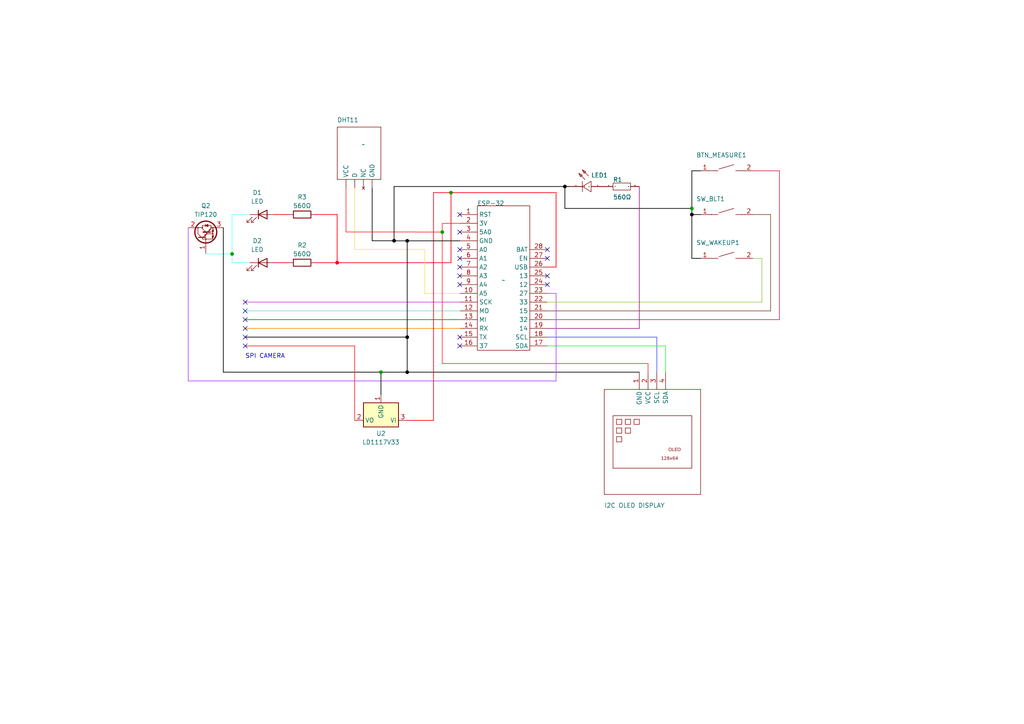
<source format=kicad_sch>
(kicad_sch (version 20250114) (generator "eeschema") (generator_version "9.0")
  (paper "A4")
  (lib_symbols
    (symbol "Device:LED" (pin_numbers (hide yes)) (pin_names (offset 1.016) (hide yes))
      (property "Reference" "D" (at 0 2.54 0))
      (property "Value" "LED" (at 0 -2.54 0))
      (symbol "LED_0_1"
        (polyline (pts (xy -3.048 -0.762) (xy -4.572 -2.286) (xy -3.81 -2.286) (xy -4.572 -2.286) (xy -4.572 -1.524)))
        (polyline (pts (xy -1.778 -0.762) (xy -3.302 -2.286) (xy -2.54 -2.286) (xy -3.302 -2.286) (xy -3.302 -1.524)))
        (polyline (pts (xy -1.27 0) (xy 1.27 0)))
        (polyline (pts (xy -1.27 -1.27) (xy -1.27 1.27)) (stroke (width 0.254)))
        (polyline (pts (xy 1.27 -1.27) (xy 1.27 1.27) (xy -1.27 0) (xy 1.27 -1.27)) (stroke (width 0.254)))
      )
      (symbol "LED_1_1"
        (pin passive line (at -3.81 0 0) (length 2.54) (name "K") (number "1"))
        (pin passive line (at 3.81 0 180) (length 2.54) (name "A") (number "2"))
      )
    )
    (symbol "Device:R" (pin_numbers (hide yes)) (pin_names (offset 0))
      (property "Reference" "R" (at 2.032 0 90))
      (property "Value" "R" (at 0 0 90))
      (symbol "R_0_1"
        (rectangle (start -1.016 -2.54) (end 1.016 2.54) (stroke (width 0.254)))
      )
      (symbol "R_1_1"
        (pin passive line (at 0 3.81 270) (length 1.27) (name "~") (number "1"))
        (pin passive line (at 0 -3.81 90) (length 1.27) (name "~") (number "2"))
      )
    )
    (symbol "ProDoc_P1_-easyedapro:DHT11"
      (symbol "DHT11_1_0"
        (polyline (pts (xy -7.5946 5.0546) (xy -7.5946 -10.1346)))
        (polyline (pts (xy -7.5946 -10.1346) (xy 5.0546 -10.1346)))
        (polyline (pts (xy 5.0546 5.0546) (xy -7.5946 5.0546)))
        (polyline (pts (xy 5.0546 -10.1346) (xy 5.0546 5.0546)))
        (pin input line (at -5.0546 -12.6746 90) (length 2.5146) (name "VCC") (number ""))
        (pin input line (at -2.5146 -12.6746 90) (length 2.5146) (name "D") (number ""))
        (pin no_connect line (at 0 -12.6746 90) (length 2.5146) (name "NC") (number ""))
        (pin input line (at 2.5146 -12.6746 90) (length 2.5146) (name "GND") (number ""))
      )
    )
    (symbol "ProDoc_P1_-easyedapro:DISPLAY-OLED-128X64-I2C"
      (symbol "DISPLAY-OLED-128X64-I2C_1_0"
        (polyline (pts (xy -14.224 13.0302) (xy 13.716 13.0302)))
        (polyline (pts (xy -14.224 -17.4244) (xy -14.224 13.0302)))
        (polyline (pts (xy -11.684 5.4102) (xy 11.176 5.4102)))
        (polyline (pts (xy -11.684 -9.8044) (xy -11.684 5.4102)))
        (rectangle (start -10.668 2.8702) (end -9.144 4.3942))
        (rectangle (start -10.668 0.3302) (end -9.144 1.8542))
        (rectangle (start -10.668 -2.1844) (end -9.144 -0.6604))
        (rectangle (start -8.128 2.8702) (end -6.604 4.3942))
        (rectangle (start -8.128 0.3302) (end -6.604 1.8542))
        (rectangle (start -5.588 2.8702) (end -4.064 4.3942))
        (polyline (pts (xy 11.176 5.4102) (xy 11.176 -9.8044)))
        (polyline (pts (xy 11.176 -9.8044) (xy -11.684 -9.8044)))
        (polyline (pts (xy 13.716 13.0302) (xy 13.716 -17.4244)))
        (polyline (pts (xy 13.716 -17.4244) (xy -14.224 -17.4244)))
        (text "128x64" (at 2.2352 -7.5438 0) (effects (font (size 0.9398 0.9398)) (justify left bottom)))
        (text "OLED" (at 4.3688 -5.0038 0) (effects (font (size 0.9398 0.9398)) (justify left bottom)))
        (pin bidirectional line (at -4.064 18.034 270) (length 4.9784) (name "GND") (number "1"))
        (pin bidirectional line (at -1.524 18.034 270) (length 4.9784) (name "VCC") (number "2"))
        (pin bidirectional line (at 1.016 18.034 270) (length 4.9784) (name "SCL") (number "3"))
        (pin bidirectional line (at 3.556 18.034 270) (length 4.9784) (name "SDA") (number "4"))
      )
    )
    (symbol "ProDoc_P1_-easyedapro:LED"
      (symbol "LED_1_0"
        (polyline (pts (xy -2.286 1.778) (xy -1.27 1.27) (xy -1.778 0.762) (xy -2.286 1.778)))
        (polyline (pts (xy -1.27 2.794) (xy -0.254 2.286) (xy -0.762 1.778) (xy -1.27 2.794)))
        (polyline (pts (xy -1.27 -0.508) (xy -1.27 -3.556)))
        (polyline (pts (xy -0.508 0) (xy -2.286 1.778)))
        (polyline (pts (xy 0.508 1.016) (xy -1.27 2.794)))
        (polyline (pts (xy 1.27 -3.556) (xy -1.27 -2.032) (xy 1.27 -0.508) (xy 1.27 -3.556)))
        (pin input line (at -5.08 -2.032 0) (length 3.81) (name "C") (number "2"))
        (pin input line (at 5.08 -2.032 180) (length 3.81) (name "A") (number "1"))
      )
    )
    (symbol "ProDoc_P1_-easyedapro:Res"
      (symbol "Res_1_0"
        (rectangle (start -2.54 1.016) (end 2.54 -1.016))
        (pin input line (at -5.08 0 0) (length 2.54) (name "1") (number "1"))
        (pin input line (at 5.08 0 180) (length 2.54) (name "2") (number "2"))
      )
    )
    (symbol "ProDoc_P1_-easyedapro:TS-1088-AR02016"
      (symbol "TS-1088-AR02016_1_0"
        (polyline (pts (xy -5.08 0) (xy -2.54 0)))
        (polyline (pts (xy -2.286 0.508) (xy 2.032 1.778)))
        (polyline (pts (xy 5.08 0) (xy 2.54 0)))
        (pin unspecified line (at -7.62 0 0) (length 2.54) (name "1") (number "1"))
        (pin unspecified line (at 7.62 0 180) (length 2.54) (name "2") (number "2"))
      )
    )
    (symbol "ProDoc_P1_-easyedapro:adafruit-esp32-feather-v2"
      (symbol "adafruit-esp32-feather-v2_1_0"
        (rectangle (start -7.62 21.59) (end 7.62 -20.32))
        (pin input line (at -12.7 19.05 0) (length 5.08) (name "RST") (number "1"))
        (pin input line (at -12.7 16.51 0) (length 5.08) (name "3V") (number "2"))
        (pin input line (at -12.7 13.97 0) (length 5.08) (name "5A0") (number "3"))
        (pin input line (at -12.7 11.43 0) (length 5.08) (name "GND") (number "4"))
        (pin input line (at -12.7 8.89 0) (length 5.08) (name "A0") (number "5"))
        (pin input line (at -12.7 6.35 0) (length 5.08) (name "A1") (number "6"))
        (pin input line (at -12.7 3.81 0) (length 5.08) (name "A2") (number "7"))
        (pin input line (at -12.7 1.27 0) (length 5.08) (name "A3") (number "8"))
        (pin input line (at -12.7 -1.27 0) (length 5.08) (name "A4") (number "9"))
        (pin input line (at -12.7 -3.81 0) (length 5.08) (name "A5") (number "10"))
        (pin input line (at -12.7 -6.35 0) (length 5.08) (name "SCK") (number "11"))
        (pin input line (at -12.7 -8.89 0) (length 5.08) (name "MO") (number "12"))
        (pin input line (at -12.7 -11.43 0) (length 5.08) (name "MI") (number "13"))
        (pin input line (at -12.7 -13.97 0) (length 5.08) (name "RX") (number "14"))
        (pin input line (at -12.7 -16.51 0) (length 5.08) (name "TX") (number "15"))
        (pin input line (at -12.7 -19.05 0) (length 5.08) (name "37") (number "16"))
        (pin input line (at 12.7 8.89 180) (length 5.08) (name "BAT") (number "28"))
        (pin input line (at 12.7 6.35 180) (length 5.08) (name "EN") (number "27"))
        (pin input line (at 12.7 3.81 180) (length 5.08) (name "USB") (number "26"))
        (pin input line (at 12.7 1.27 180) (length 5.08) (name "13") (number "25"))
        (pin input line (at 12.7 -1.27 180) (length 5.08) (name "12") (number "24"))
        (pin input line (at 12.7 -3.81 180) (length 5.08) (name "27") (number "23"))
        (pin input line (at 12.7 -6.35 180) (length 5.08) (name "33") (number "22"))
        (pin input line (at 12.7 -8.89 180) (length 5.08) (name "15") (number "21"))
        (pin input line (at 12.7 -11.43 180) (length 5.08) (name "32") (number "20"))
        (pin input line (at 12.7 -13.97 180) (length 5.08) (name "14") (number "19"))
        (pin input line (at 12.7 -16.51 180) (length 5.08) (name "SCL") (number "18"))
        (pin input line (at 12.7 -19.05 180) (length 5.08) (name "SDA") (number "17"))
      )
    )
    (symbol "Regulator_Linear:LD1117V33"
      (property "Reference" "U" (at -3.81 3.175 0))
      (property "Value" "LD1117V33" (at 0 3.175 0))
      (symbol "LD1117V33_0_1"
        (rectangle (start -5.08 -5.08) (end 5.08 1.905) (stroke (width 0.254)) (fill (type background)))
      )
      (symbol "LD1117V33_1_1"
        (pin power_in line (at -7.62 0 0) (length 2.54) (name "VI") (number "3"))
        (pin power_in line (at 0 -7.62 90) (length 2.54) (name "GND") (number "1"))
        (pin power_out line (at 7.62 0 180) (length 2.54) (name "VO") (number "2"))
      )
    )
    (symbol "Transistor_BJT:TIP120" (pin_names (offset 0) (hide yes))
      (property "Reference" "Q" (at 5.08 1.905 0))
      (property "Value" "TIP120" (at 5.08 0 0))
      (symbol "TIP120_0_1"
        (polyline (pts (xy -1.27 0) (xy -0.889 0)))
        (circle (center -0.762 0) (radius 0.127))
        (polyline (pts (xy -0.254 2.032) (xy -0.254 0) (xy -0.254 0)) (stroke (width 0.3048)))
        (polyline (pts (xy -0.254 1.27) (xy 0.762 2.286) (xy 2.54 2.286)))
        (polyline (pts (xy -0.254 1.016) (xy -0.762 1.016) (xy -0.762 -2.032)))
        (polyline (pts (xy -0.254 0.762) (xy 0.762 -0.254) (xy 1.27 -0.254)))
        (polyline (pts (xy 0.635 -0.127) (xy 0.381 0.381) (xy 0.127 0.127) (xy 0.635 -0.127)))
        (polyline (pts (xy 0.762 -0.254) (xy 0.762 -2.032) (xy 1.143 -2.032) (xy 1.27 -1.778) (xy 1.397 -2.286) (xy 1.524 -1.778) (xy 1.651 -2.286) (xy 1.778 -1.778) (xy 1.905 -2.286) (xy 2.032 -2.032) (xy 2.54 -2.032)))
        (circle (center 0.762 -0.254) (radius 0.127))
        (polyline (pts (xy 0.762 -2.032) (xy 0.381 -2.032) (xy 0.254 -2.286) (xy 0.127 -1.778) (xy 0 -2.286) (xy -0.127 -1.778) (xy -0.254 -2.286) (xy -0.381 -1.778) (xy -0.508 -2.032) (xy -0.762 -2.032)))
        (circle (center 0.762 -2.032) (radius 0.127))
        (polyline (pts (xy 1.27 0.762) (xy 1.27 -1.27) (xy 1.27 -1.27)) (stroke (width 0.381)))
        (polyline (pts (xy 1.27 0) (xy 2.286 1.016) (xy 2.54 1.016) (xy 2.54 2.286)))
        (circle (center 1.27 0) (radius 3.175) (stroke (width 0.3556)))
        (polyline (pts (xy 1.27 -0.508) (xy 2.286 -1.524) (xy 2.54 -1.524) (xy 2.54 -2.032)))
        (polyline (pts (xy 2.159 -1.397) (xy 1.905 -0.889) (xy 1.651 -1.143) (xy 2.159 -1.397)))
        (circle (center 2.54 2.286) (radius 0.127))
        (circle (center 2.54 1.016) (radius 0.127))
        (polyline (pts (xy 2.54 -1.524) (xy 3.175 -1.524)))
        (circle (center 2.54 -1.524) (radius 0.127))
        (polyline (pts (xy 2.54 -2.032) (xy 2.54 -2.54)))
        (circle (center 2.54 -2.032) (radius 0.127))
        (polyline (pts (xy 2.794 0.127) (xy 3.556 0.127)))
        (polyline (pts (xy 3.175 1.016) (xy 2.54 1.016)))
        (polyline (pts (xy 3.175 1.016) (xy 3.175 0.127)))
        (polyline (pts (xy 3.175 0.127) (xy 2.794 -0.635) (xy 3.556 -0.635) (xy 3.175 0.127)) (fill (type outline)))
        (polyline (pts (xy 3.175 -0.635) (xy 3.175 -1.524)))
      )
      (symbol "TIP120_1_1"
        (pin input line (at -5.08 0 0) (length 3.81) (name "B") (number "1"))
        (pin passive line (at 2.54 5.08 270) (length 2.667) (name "C") (number "2"))
        (pin passive line (at 2.54 -5.08 90) (length 2.54) (name "E") (number "3"))
      )
    )
  )
  (text "SPI CAMERA" (at 71.12 104.14 0) (effects (font (size 1.27 1.27)) (justify left bottom)))
  (junction (at 118.11 69.85) (color 5 5 5 1))
  (junction (at 200.66 62.23) (color 5 5 5 1))
  (junction (at 130.81 55.88))
  (junction (at 67.31 73.66))
  (junction (at 200.66 60.452))
  (junction (at 118.11 97.79) (color 0 0 0 1))
  (junction (at 110.49 107.95))
  (junction (at 114.3 69.8246) (color 0 0 0 1))
  (junction (at 118.11 107.95) (color 0 0 0 1))
  (junction (at 97.79 76.2) (color 255 0 15 1))
  (junction (at 163.83 54.102) (color 5 5 5 1))
  (junction (at 128.27 67.31))
  (no_connect (at 133.35 97.79))
  (no_connect (at 133.35 62.23))
  (no_connect (at 71.12 97.79))
  (no_connect (at 71.12 100.33))
  (no_connect (at 133.35 77.47))
  (no_connect (at 133.35 80.01))
  (no_connect (at 71.12 92.71))
  (no_connect (at 133.35 72.39))
  (no_connect (at 133.35 67.31))
  (no_connect (at 71.12 90.17))
  (no_connect (at 158.75 72.39))
  (no_connect (at 133.35 100.33))
  (no_connect (at 133.35 74.93))
  (no_connect (at 71.12 95.25))
  (no_connect (at 158.75 80.01))
  (no_connect (at 133.35 82.55))
  (no_connect (at 158.75 74.93))
  (no_connect (at 158.75 82.55))
  (no_connect (at 71.12 87.63))
  (wire (pts (xy 102.87 121.92) (xy 102.87 100.33)) (stroke (width 0.2032) (color 255 43 43 1)))
  (wire (pts (xy 165.1 54.102) (xy 163.83 54.102)) (stroke (width 0.2032) (color 0 0 0 1)))
  (wire (pts (xy 158.75 92.71) (xy 226.06 92.71)) (stroke (width 0.2032) (color 213 50 77 1)))
  (wire (pts (xy 128.27 64.7954) (xy 128.27 67.31)) (stroke (width 0.2032) (color 255 56 57 1)))
  (wire (pts (xy 129.54 64.77) (xy 133.35 64.77)) (stroke (width 0.2032) (color 255 56 57 1)))
  (wire (pts (xy 158.75 95.25) (xy 185.42 95.25)) (stroke (width 0.2032) (color 155 44 145 1)))
  (wire (pts (xy 193.04 107.95) (xy 193.04 100.33)) (stroke (width 0.2032) (color 46 255 73 1)))
  (wire (pts (xy 54.61 110.49) (xy 54.61 66.04)) (stroke (width 0.2032) (color 183 76 255 1)))
  (wire (pts (xy 128.27 64.7954) (xy 129.54 64.7954)) (stroke (width 0.2032) (color 255 56 57 1)))
  (wire (pts (xy 100.3554 67.2846) (xy 100.3554 54.5846)) (stroke (width 0.2032) (color 255 56 57 1)))
  (wire (pts (xy 158.75 90.17) (xy 223.52 90.17)) (stroke (width 0.2032) (color 140 88 59 1)))
  (wire (pts (xy 130.81 55.88) (xy 125.73 55.88)) (stroke (width 0.2032) (color 255 0 15 1)))
  (wire (pts (xy 67.31 62.23) (xy 72.39 62.23)) (stroke (width 0.2032) (color 120 255 253 1)))
  (wire (pts (xy 64.77 107.95) (xy 110.49 107.95)) (stroke (width 0.2032) (color 0 0 0 1)))
  (wire (pts (xy 161.29 110.49) (xy 161.29 85.09)) (stroke (width 0.2032) (color 183 76 255 1)))
  (wire (pts (xy 218.44 62.23) (xy 223.52 62.23)) (stroke (width 0.2032) (color 140 88 59 1)))
  (wire (pts (xy 200.66 74.93) (xy 200.66 62.23)) (stroke (width 0.2032) (color 5 5 5 1)))
  (wire (pts (xy 163.83 54.102) (xy 163.83 60.452)) (stroke (width 0.2032) (color 5 5 5 1)))
  (wire (pts (xy 72.39 76.2) (xy 67.31 76.2)) (stroke (width 0.2032) (color 90 255 253 1)))
  (wire (pts (xy 193.04 100.33) (xy 158.75 100.33)) (stroke (width 0.2032) (color 46 255 73 1)))
  (wire (pts (xy 107.95 69.8246) (xy 107.95 54.5846)) (stroke (width 0.2032) (color 5 5 5 1)))
  (wire (pts (xy 220.98 74.93) (xy 220.98 87.63)) (stroke (width 0.2032) (color 163 208 102 1)))
  (wire (pts (xy 200.66 60.452) (xy 200.66 62.23)) (stroke (width 0.2032) (color 5 5 5 1)))
  (wire (pts (xy 161.29 55.88) (xy 161.29 77.47)) (stroke (width 0.2032) (color 255 0 15 1)))
  (wire (pts (xy 114.3 54.102) (xy 163.83 54.102)) (stroke (width 0.2032) (color 5 5 5 1)))
  (wire (pts (xy 118.11 69.85) (xy 114.3 69.85)) (stroke (width 0.2032) (color 5 5 5 1)))
  (wire (pts (xy 128.27 67.31) (xy 120.65 67.31)) (stroke (width 0.2032) (color 255 56 57 1)))
  (wire (pts (xy 218.44 49.53) (xy 226.06 49.53)) (stroke (width 0.2032) (color 213 50 77 1)))
  (wire (pts (xy 128.27 67.31) (xy 128.27 105.4354)) (stroke (width 0.2032) (color 255 56 57 1)))
  (wire (pts (xy 161.29 77.47) (xy 158.75 77.47)) (stroke (width 0.2032) (color 255 0 15 1)))
  (wire (pts (xy 125.73 121.92) (xy 118.11 121.92)) (stroke (width 0.2032) (color 255 0 15 1)))
  (wire (pts (xy 67.31 62.23) (xy 67.31 73.66)) (stroke (width 0.2032) (color 120 255 253 1)))
  (wire (pts (xy 107.95 69.8246) (xy 114.3 69.8246)) (stroke (width 0.2032) (color 5 5 5 1)))
  (wire (pts (xy 110.49 107.95) (xy 110.49 114.3)) (stroke (width 0.2032) (color 0 0 0 1)))
  (wire (pts (xy 97.79 62.23) (xy 97.79 76.2)) (stroke (width 0.2032) (color 255 0 15 1)))
  (wire (pts (xy 97.79 76.2) (xy 91.44 76.2)) (stroke (width 0.2032) (color 255 0 15 1)))
  (wire (pts (xy 118.11 69.85) (xy 118.11 97.79)) (stroke (width 0.2032) (color 5 5 5 1)))
  (wire (pts (xy 133.35 90.17) (xy 71.12 90.17)) (stroke (width 0.2032) (color 127 222 221 1)))
  (wire (pts (xy 118.11 97.79) (xy 71.12 97.79)) (stroke (width 0.2032) (color 5 5 5 1)))
  (wire (pts (xy 223.52 90.17) (xy 223.52 62.23)) (stroke (width 0.2032) (color 140 88 59 1)))
  (wire (pts (xy 67.31 73.66) (xy 67.31 76.2)) (stroke (width 0.2032) (color 120 255 253 1)))
  (wire (pts (xy 200.66 49.53) (xy 200.66 60.452)) (stroke (width 0.2032) (color 5 5 5 1)))
  (wire (pts (xy 158.75 87.63) (xy 220.98 87.63)) (stroke (width 0.2032) (color 163 208 102 1)))
  (wire (pts (xy 161.29 85.09) (xy 158.75 85.09)) (stroke (width 0.2032) (color 183 76 255 1)))
  (wire (pts (xy 54.61 110.49) (xy 161.29 110.49)) (stroke (width 0.2032) (color 183 76 255 1)))
  (wire (pts (xy 220.98 74.93) (xy 218.44 74.93)) (stroke (width 0.2032) (color 163 208 102 1)))
  (wire (pts (xy 133.35 69.85) (xy 118.11 69.85)) (stroke (width 0.2032) (color 5 5 5 1)))
  (wire (pts (xy 71.12 87.63) (xy 133.35 87.63)) (stroke (width 0.2032) (color 210 77 222 1)))
  (wire (pts (xy 200.66 74.93) (xy 203.2 74.93)) (stroke (width 0.2032) (color 5 5 5 1)))
  (wire (pts (xy 200.66 49.53) (xy 203.2 49.53)) (stroke (width 0.2032) (color 0 0 0 1)))
  (wire (pts (xy 59.69 73.66) (xy 67.31 73.66)) (stroke (width 0.2032) (color 120 255 253 1)))
  (wire (pts (xy 91.44 62.23) (xy 97.79 62.23)) (stroke (width 0.2032) (color 255 0 15 1)))
  (wire (pts (xy 120.65 67.2846) (xy 100.3554 67.2846)) (stroke (width 0.2032) (color 255 56 57 1)))
  (wire (pts (xy 64.77 66.04) (xy 64.77 107.95)) (stroke (width 0.2032) (color 0 0 0 1)))
  (wire (pts (xy 118.11 107.95) (xy 185.42 107.95)) (stroke (width 0.2032) (color 5 5 5 1)))
  (wire (pts (xy 120.65 67.31) (xy 120.65 67.2846)) (stroke (width 0.2032) (color 255 56 57 1)))
  (wire (pts (xy 125.73 55.88) (xy 125.73 121.92)) (stroke (width 0.2032) (color 255 0 15 1)))
  (wire (pts (xy 114.3 69.85) (xy 114.3 69.8246)) (stroke (width 0.2032) (color 5 5 5 1)))
  (wire (pts (xy 102.87 100.33) (xy 71.12 100.33)) (stroke (width 0.2032) (color 255 43 43 1)))
  (wire (pts (xy 128.27 105.4354) (xy 187.96 105.4354)) (stroke (width 0.2032) (color 255 56 57 1)))
  (wire (pts (xy 80.01 76.2) (xy 83.82 76.2)) (stroke (width 0.2032) (color 255 0 12 1)))
  (wire (pts (xy 185.42 95.25) (xy 185.42 54.102)) (stroke (width 0.2032) (color 155 44 145 1)))
  (wire (pts (xy 110.49 107.95) (xy 118.11 107.95)) (stroke (width 0.2032) (color 0 0 0 1)))
  (wire (pts (xy 226.06 92.71) (xy 226.06 49.53)) (stroke (width 0.2032) (color 213 50 77 1)))
  (wire (pts (xy 102.87 72.3646) (xy 102.87 54.5846)) (stroke (width 0.2032) (color 255 224 110 1)))
  (wire (pts (xy 130.81 76.2) (xy 130.81 55.88)) (stroke (width 0.2032) (color 255 0 15 1)))
  (wire (pts (xy 129.54 64.7954) (xy 129.54 64.77)) (stroke (width 0.2032) (color 255 56 57 1)))
  (wire (pts (xy 133.35 85.09) (xy 123.19 85.09)) (stroke (width 0.2032) (color 255 224 110 1)))
  (wire (pts (xy 80.01 62.23) (xy 83.82 62.23)) (stroke (width 0.2032) (color 255 0 12 1)))
  (wire (pts (xy 133.35 95.25) (xy 71.12 95.25)) (stroke (width 0.2032) (color 255 142 11 1)))
  (wire (pts (xy 130.81 55.88) (xy 161.29 55.88)) (stroke (width 0.2032) (color 255 0 15 1)))
  (wire (pts (xy 123.19 85.09) (xy 123.19 72.3646)) (stroke (width 0.2032) (color 255 224 110 1)))
  (wire (pts (xy 97.79 76.2) (xy 130.81 76.2)) (stroke (width 0.2032) (color 255 0 15 1)))
  (wire (pts (xy 200.66 62.23) (xy 203.2 62.23)) (stroke (width 0.2032) (color 5 5 5 1)))
  (wire (pts (xy 190.5 97.79) (xy 190.5 107.95)) (stroke (width 0.2032) (color 81 94 255 1)))
  (wire (pts (xy 200.66 60.452) (xy 163.83 60.452)) (stroke (width 0.2032) (color 5 5 5 1)))
  (wire (pts (xy 187.96 105.4354) (xy 187.96 107.95)) (stroke (width 0.2032) (color 255 56 57 1)))
  (wire (pts (xy 158.75 97.79) (xy 190.5 97.79)) (stroke (width 0.2032) (color 81 94 255 1)))
  (wire (pts (xy 118.11 107.95) (xy 118.11 97.79)) (stroke (width 0.2032) (color 5 5 5 1)))
  (wire (pts (xy 123.19 72.3646) (xy 102.87 72.3646)) (stroke (width 0.2032) (color 255 224 110 1)))
  (wire (pts (xy 114.3 69.8246) (xy 114.3 54.102)) (stroke (width 0.2032) (color 5 5 5 1)))
  (wire (pts (xy 133.35 92.71) (xy 71.12 92.71)) (stroke (width 0.2032)))
  (symbol (lib_id "ProDoc_P1_-easyedapro:LED") (at 170.18 52.07 0) (unit 1)
    (property "Reference" "LED1" (at 171.45 51.562 0) (effects (justify left bottom)))
    (property "Value" "19-217/BHC-ZL1M2RY/3T" (effects (hide yes)))
    (property "Footprint" "ProDoc_P1_-easyedapro:" (effects (hide yes)))
    (property "Manufacturer Part" "19-217/BHC-ZL1M2RY/3T" (effects (hide yes)))
    (property "Manufacturer" "EVERLIGHT" (effects (hide yes)))
    (property "Supplier Part" "C72041" (effects (hide yes)))
    (property "Supplier" "LCSC" (effects (hide yes)))
  )
  (symbol (lib_id "Regulator_Linear:LD1117V33") (at 110.49 121.92 180) (unit 1)
    (property "Reference" "U2" (at 110.49 125.73 0))
    (property "Value" "LD1117V33" (at 110.49 128.27 0))
    (property "Footprint" "Package_TO_SOT_THT:TO-220-3_Vertical" (effects (hide yes)))
    (property "Datasheet" "https://www.st.com/resource/en/datasheet/ld1117.pdf" (effects (hide yes)))
    (property "Description" "800 mA Fixed Low Drop Positive Voltage Regulator (ldo). Max input 15V. Fixed Output 3.3V. TO-220-3" (effects (hide yes)))
  )
  (symbol (lib_id "ProDoc_P1_-easyedapro:TS-1088-AR02016") (at 210.82 74.93 0) (unit 1)
    (property "Reference" "SW_WAKEUP1" (at 201.93 71.12 0) (effects (justify left bottom)))
    (property "Value" "TS-1088-AR02016" (effects (hide yes)))
    (property "Footprint" "ProDoc_P1_-easyedapro:SW-SMD_L3.9-W3.0-P4.45" (effects (hide yes)))
    (property "Datasheet" "https://atta.szlcsc.com/upload/public/pdf/source/20200810/C720475_60D09DD6C54279ADDB2DC25100F1CC11.pdf" (effects (hide yes)))
    (property "Description" "Circuit:SPST Actuator Style:Round Button Operating Force:160gf Mounting Style:Brick nogging Switch Length:4mm Switch Width:3mm Switch Height:2mm Strike Gundam:不带 Contact Current:50mA Voltage Rating (DC):12V Insulation Resistance:100MΩ Actuator/Cap Color:B" (effects (hide yes)))
    (property "Manufacturer Part" "TS-1088-AR02016" (effects (hide yes)))
    (property "Manufacturer" "XUNPU(讯普)" (effects (hide yes)))
    (property "Supplier Part" "C720477" (effects (hide yes)))
    (property "Supplier" "LCSC" (effects (hide yes)))
    (property "LCSC Part Name" "4*3*2mm 立贴 轻触开关" (effects (hide yes)))
  )
  (symbol (lib_id "Device:LED") (at 76.2 62.23 0) (unit 1)
    (property "Reference" "D1" (at 74.6125 55.88 0))
    (property "Value" "LED" (at 74.6125 58.42 0))
    (property "Description" "Light emitting diode" (effects (hide yes)))
    (property "Sim.Pins" "1=K 2=A" (effects (hide yes)))
  )
  (symbol (lib_id "ProDoc_P1_-easyedapro:DHT11") (at 105.41 41.91 0) (unit 1)
    (property "Reference" "DHT11" (at 97.79 35.5346 0) (effects (justify left bottom)))
    (property "Value" "~" (at 105.41 41.91 0))
    (property "Footprint" "ProDoc_P1_-easyedapro:" (effects (hide yes)))
  )
  (symbol (lib_id "Device:LED") (at 76.2 76.2 0) (unit 1)
    (property "Reference" "D2" (at 74.6125 69.85 0))
    (property "Value" "LED" (at 74.6125 72.39 0))
    (property "Description" "Light emitting diode" (effects (hide yes)))
    (property "Sim.Pins" "1=K 2=A" (effects (hide yes)))
  )
  (symbol (lib_id "ProDoc_P1_-easyedapro:adafruit-esp32-feather-v2") (at 146.05 81.28 0) (unit 1)
    (property "Reference" "ESP-32" (at 138.43 59.69 0) (effects (justify left bottom)))
    (property "Value" "~" (at 146.05 81.28 0))
    (property "Footprint" "ProDoc_P1_-easyedapro:" (effects (hide yes)))
  )
  (symbol (lib_id "Device:R") (at 87.63 76.2 90) (unit 1)
    (property "Reference" "R2" (at 87.63 71.12 90))
    (property "Value" "560Ω" (at 87.63 73.66 90))
    (property "Description" "Resistor" (effects (hide yes)))
  )
  (symbol (lib_id "ProDoc_P1_-easyedapro:TS-1088-AR02016") (at 210.82 62.23 0) (unit 1)
    (property "Reference" "SW_BLT1" (at 201.93 58.42 0) (effects (justify left bottom)))
    (property "Value" "TS-1088-AR02016" (effects (hide yes)))
    (property "Footprint" "ProDoc_P1_-easyedapro:SW-SMD_L3.9-W3.0-P4.45" (effects (hide yes)))
    (property "Datasheet" "https://atta.szlcsc.com/upload/public/pdf/source/20200810/C720475_60D09DD6C54279ADDB2DC25100F1CC11.pdf" (effects (hide yes)))
    (property "Description" "Circuit:SPST Actuator Style:Round Button Operating Force:160gf Mounting Style:Brick nogging Switch Length:4mm Switch Width:3mm Switch Height:2mm Strike Gundam:不带 Contact Current:50mA Voltage Rating (DC):12V Insulation Resistance:100MΩ Actuator/Cap Color:B" (effects (hide yes)))
    (property "Manufacturer Part" "TS-1088-AR02016" (effects (hide yes)))
    (property "Manufacturer" "XUNPU(讯普)" (effects (hide yes)))
    (property "Supplier Part" "C720477" (effects (hide yes)))
    (property "Supplier" "LCSC" (effects (hide yes)))
    (property "LCSC Part Name" "4*3*2mm 立贴 轻触开关" (effects (hide yes)))
  )
  (symbol (lib_id "ProDoc_P1_-easyedapro:Res") (at 180.34 54.102 0) (unit 1)
    (property "Reference" "R1" (at 177.8 52.832 0) (effects (justify left bottom)))
    (property "Value" "560Ω" (at 177.8 57.912 0) (effects (justify left bottom)))
    (property "Footprint" "ProDoc_P1_-easyedapro:R0603" (effects (hide yes)))
  )
  (symbol (lib_id "Device:R") (at 87.63 62.23 270) (unit 1)
    (property "Reference" "R3" (at 87.63 57.15 90))
    (property "Value" "560Ω" (at 87.63 59.69 90))
    (property "Description" "Resistor" (effects (hide yes)))
  )
  (symbol (lib_id "Transistor_BJT:TIP120") (at 59.69 68.58 90) (unit 1)
    (property "Reference" "Q2" (at 59.69 59.69 90))
    (property "Value" "TIP120" (at 59.69 62.23 90))
    (property "Footprint" "Package_TO_SOT_THT:TO-220-3_Vertical" (effects (hide yes)))
    (property "Datasheet" "https://www.onsemi.com/pub/Collateral/TIP120-D.PDF" (effects (hide yes)))
    (property "Description" "5A Ic, 60V Vce, Silicon Darlington Power NPN Transistor, TO-220" (effects (hide yes)))
  )
  (symbol (lib_id "ProDoc_P1_-easyedapro:TS-1088-AR02016") (at 210.82 49.53 0) (unit 1)
    (property "Reference" "BTN_MEASURE1" (at 201.93 45.72 0) (effects (justify left bottom)))
    (property "Value" "TS-1088-AR02016" (effects (hide yes)))
    (property "Footprint" "ProDoc_P1_-easyedapro:SW-SMD_L3.9-W3.0-P4.45" (effects (hide yes)))
    (property "Datasheet" "https://atta.szlcsc.com/upload/public/pdf/source/20200810/C720475_60D09DD6C54279ADDB2DC25100F1CC11.pdf" (effects (hide yes)))
    (property "Description" "Circuit:SPST Actuator Style:Round Button Operating Force:160gf Mounting Style:Brick nogging Switch Length:4mm Switch Width:3mm Switch Height:2mm Strike Gundam:不带 Contact Current:50mA Voltage Rating (DC):12V Insulation Resistance:100MΩ Actuator/Cap Color:B" (effects (hide yes)))
    (property "Manufacturer Part" "TS-1088-AR02016" (effects (hide yes)))
    (property "Manufacturer" "XUNPU(讯普)" (effects (hide yes)))
    (property "Supplier Part" "C720477" (effects (hide yes)))
    (property "Supplier" "LCSC" (effects (hide yes)))
    (property "LCSC Part Name" "4*3*2mm 立贴 轻触开关" (effects (hide yes)))
  )
  (symbol (lib_id "ProDoc_P1_-easyedapro:DISPLAY-OLED-128X64-I2C") (at 189.484 125.984 0) (unit 1)
    (property "Reference" "U1" (effects (hide yes)))
    (property "Value" "I2C OLED DISPLAY" (at 175.26 147.32 0) (effects (justify left bottom)))
    (property "Footprint" "ProDoc_P1_-easyedapro:" (effects (hide yes)))
  )
)
</source>
